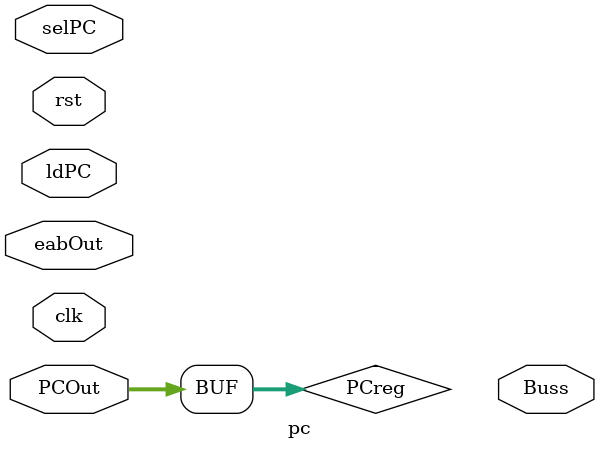
<source format=sv>

module pc(
	input 	clk, rst, ldPC,
	input 	[1:0] selPC,
	input 	[15:0] eabOut,
	input 	[15:0] PCOut,
	output 	[15:0] Buss
	);

	wire 	[15:0] pcInc;
	wire 	[15:0] muxOut;
	reg		[15:0] PCreg;
	
	assign pcInc = PCOut + 1;
	// 3-to-1 mux
	assign muxOut = (selPC == 0)? pcInc : (selPC == 1)? eabOut : Buss;
	assign PCOut = PCreg;
	
	
	always_ff@ (posedge clk) begin// synchronous reset
		if (rst) begin
			PCreg <= 0;
		end
		else if (ldPC) begin
			PCreg <= muxOut;
		end
	end

endmodule

</source>
